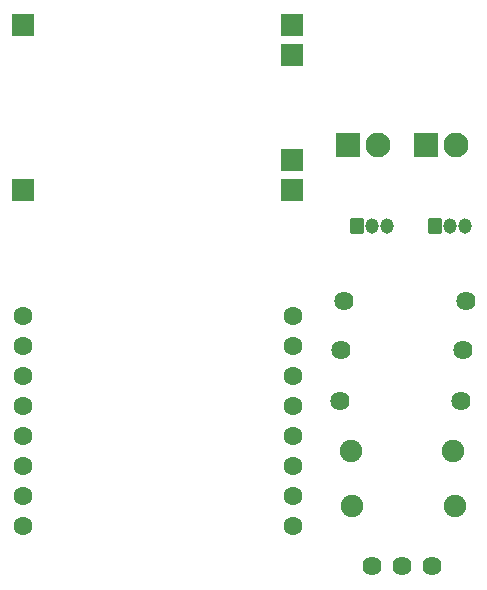
<source format=gbs>
G04 Layer: BottomSolderMaskLayer*
G04 EasyEDA v6.5.47, 2024-10-06 10:13:02*
G04 ffcbb33f17924234841025c486cc4069,e014b3835f5d4d88964e6d66dd9d747e,10*
G04 Gerber Generator version 0.2*
G04 Scale: 100 percent, Rotated: No, Reflected: No *
G04 Dimensions in millimeters *
G04 leading zeros omitted , absolute positions ,4 integer and 5 decimal *
%FSLAX45Y45*%
%MOMM*%

%AMMACRO1*4,1,8,-1.0211,-1.0508,-1.0508,-1.0208,-1.0508,1.0211,-1.0211,1.0508,1.0208,1.0508,1.0508,1.0211,1.0508,-1.0208,1.0208,-1.0508,-1.0211,-1.0508,0*%
%AMMACRO2*4,1,8,-0.5211,-0.6507,-0.5508,-0.6208,-0.5508,0.621,-0.5211,0.6507,0.5208,0.6507,0.5508,0.621,0.5508,-0.6208,0.5208,-0.6507,-0.5211,-0.6507,0*%
%AMMACRO3*4,1,8,-0.921,-0.9507,-0.9507,-0.9207,-0.9507,0.921,-0.921,0.9507,0.9207,0.9507,0.9507,0.921,0.9507,-0.9207,0.9207,-0.9507,-0.921,-0.9507,0*%
%AMMACRO4*4,1,8,-0.921,-0.9507,-0.9507,-0.9207,-0.9507,0.921,-0.921,0.9507,0.9208,0.9507,0.9507,0.921,0.9507,-0.9207,0.9208,-0.9507,-0.921,-0.9507,0*%
%ADD10C,1.9016*%
%ADD11MACRO1*%
%ADD12C,2.1016*%
%ADD13MACRO2*%
%ADD14O,1.1015979999999999X1.3015976*%
%ADD15C,1.6080*%
%ADD16MACRO3*%
%ADD17MACRO4*%
%ADD18C,1.6256*%
%ADD19C,1.6240*%

%LPD*%
D10*
G01*
X3679799Y4546600D03*
G01*
X4549800Y4546600D03*
G01*
X3692499Y4076700D03*
G01*
X4562500Y4076700D03*
D11*
G01*
X3657600Y7137400D03*
D12*
G01*
X3911600Y7137400D03*
D11*
G01*
X4318000Y7137400D03*
D12*
G01*
X4572000Y7137400D03*
D13*
G01*
X3733812Y6451600D03*
D14*
G01*
X3860800Y6451600D03*
G01*
X3987800Y6451600D03*
D13*
G01*
X4394212Y6451600D03*
D14*
G01*
X4521200Y6451600D03*
G01*
X4648200Y6451600D03*
D15*
G01*
X3187700Y3911600D03*
G01*
X901700Y3911600D03*
G01*
X3187700Y5689600D03*
G01*
X3187700Y5435600D03*
G01*
X3187700Y5181600D03*
G01*
X3187700Y4927600D03*
G01*
X3187700Y4673600D03*
G01*
X3187700Y4419600D03*
G01*
X3187700Y4165600D03*
G01*
X901700Y5689600D03*
G01*
X901700Y5435600D03*
G01*
X901700Y5181600D03*
G01*
X901700Y4927600D03*
G01*
X901700Y4673600D03*
G01*
X901700Y4419600D03*
G01*
X901700Y4165600D03*
D16*
G01*
X904494Y8154923D03*
G01*
X904494Y6754876D03*
D17*
G01*
X3184905Y8154923D03*
G01*
X3184905Y6754876D03*
G01*
X3184905Y7901762D03*
G01*
X3184905Y7008876D03*
D18*
G01*
X3587089Y4965700D03*
G01*
X4617110Y4965700D03*
G01*
X3625189Y5816600D03*
G01*
X4655210Y5816600D03*
G01*
X3599789Y5397500D03*
G01*
X4629810Y5397500D03*
D19*
G01*
X4364786Y3568700D03*
G01*
X4114800Y3568700D03*
G01*
X3864813Y3568700D03*
M02*

</source>
